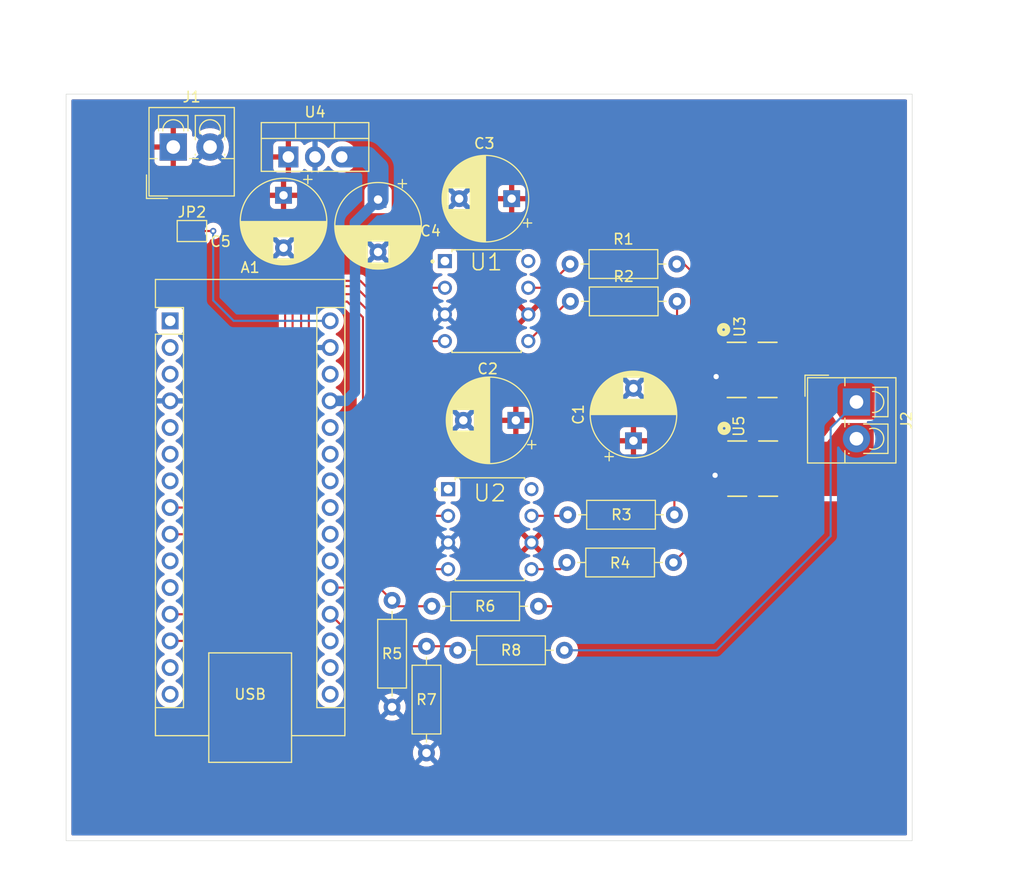
<source format=kicad_pcb>
(kicad_pcb (version 20240108) (generator "pcbnew") (generator_version "8.0")
  (layers (0 "F.Cu" signal) (31 "B.Cu" signal) (34 "B.Paste" user) (35 "F.Paste" user) (36 "B.SilkS" user "B.Silkscreen") (37 "F.SilkS" user "F.Silkscreen") (38 "B.Mask" user) (39 "F.Mask" user) (44 "Edge.Cuts" user))
  (net 0 "")
  (net 3 "/IN4")
  (net 12 "GND")
  (net 13 "/IN2")
  (net 14 "/IN1")
  (net 19 "/IN3")
  (net 21 "Net-(A1-A0)")
  (net 22 "Net-(A1-A1)")
  (net 27 "+5V")
  (net 29 "VCC")
  (net 30 "Net-(U1-~{OUT_A})")
  (net 31 "Net-(U1-~{OUT_B})")
  (net 32 "Net-(U2-~{OUT_A})")
  (net 33 "Net-(U2-~{OUT_B})")
  (net 34 "/OUT2")
  (net 35 "/OUT1")
  (net 36 "/VG1")
  (net 37 "/VG2")
  (net 38 "/VG3")
  (net 39 "/VG4")
  (net 40 "Net-(A1-VIN)")
  (footprint "Resistor_THT:R_Axial_DIN0207_L6.3mm_D2.5mm_P10.16mm_Horizontal" (layer "F.Cu") (at 143.6116 120.7008 90)
    (property "Reference" "R7" (at 5.08 0 0) (layer "F.SilkS"))
    (property "Value" "R")
    (pad "1" thru_hole circle (at 0 0 90) (size 1.6 1.6) (drill 0.8) (layers "*.Cu" "*.Mask") (net 12 "GND"))
    (pad "2" thru_hole oval (at 10.16 0 90) (size 1.6 1.6) (drill 0.8) (layers "*.Cu" "*.Mask") (net 21 "Net-(A1-A0)"))
  )
  (footprint "Resistor_THT:R_Axial_DIN0207_L6.3mm_D2.5mm_P10.16mm_Horizontal" (layer "F.Cu") (at 167.132 102.5652 180)
    (property "Reference" "R4" (at 5.08 -0.0508 180) (layer "F.SilkS"))
    (property "Value" "R")
    (pad "1" thru_hole circle (at 0 0 180) (size 1.6 1.6) (drill 0.8) (layers "*.Cu" "*.Mask") (net 39 "/VG4"))
    (pad "2" thru_hole oval (at 10.16 0 180) (size 1.6 1.6) (drill 0.8) (layers "*.Cu" "*.Mask") (net 33 "Net-(U2-~{OUT_B})"))
  )
  (footprint "Capacitor_THT:CP_Radial_D8.0mm_P5.00mm" (layer "F.Cu") (at 163.322 90.972451 90)
    (property "Reference" "C1" (at 2.5 -5.25 -90) (layer "F.SilkS"))
    (property "Value" "C_Polarized" (hide yes))
    (pad "1" thru_hole rect (at 0 0 90) (size 1.6 1.6) (drill 0.8) (layers "*.Cu" "*.Mask") (net 29 "VCC"))
    (pad "2" thru_hole circle (at 5 0 90) (size 1.6 1.6) (drill 0.8) (layers "*.Cu" "*.Mask") (net 12 "GND"))
  )
  (footprint "Resistor_THT:R_Axial_DIN0207_L6.3mm_D2.5mm_P10.16mm_Horizontal" (layer "F.Cu") (at 144.1196 106.7308)
    (property "Reference" "R6" (at 5.08 0 180) (layer "F.SilkS"))
    (property "Value" "R")
    (pad "1" thru_hole circle (at 0 0) (size 1.6 1.6) (drill 0.8) (layers "*.Cu" "*.Mask") (net 22 "Net-(A1-A1)"))
    (pad "2" thru_hole oval (at 10.16 0) (size 1.6 1.6) (drill 0.8) (layers "*.Cu" "*.Mask") (net 34 "/OUT2"))
  )
  (footprint "Jumper:SolderJumper-2_P1.3mm_Open_TrianglePad1.0x1.5mm" (layer "F.Cu") (at 121.275 71)
    (property "Reference" "JP2" (at 0 -1.8 0) (layer "F.SilkS"))
    (property "Value" "SolderJumper")
    (pad "1" smd custom (at -0.725 0) (size 0.3 0.3) (layers "F.Cu" "F.Mask") (net 29 "VCC") (options (clearance outline) (anchor rect)) (primitives (gr_poly (pts (xy 1 0) (xy 0.5 0.75) (xy -0.5 0.75) (xy -0.5 -0.75) (xy 0.5 -0.75)) (width 0) (fill yes))))
    (pad "2" smd custom (at 0.725 0) (size 0.3 0.3) (layers "F.Cu" "F.Mask") (net 40 "Net-(A1-VIN)") (options (clearance outline) (anchor rect)) (primitives (gr_poly (pts (xy 0.5 0.75) (xy -0.65 0.75) (xy -0.15 0) (xy -0.65 -0.75) (xy 0.5 -0.75)) (width 0) (fill yes))))
  )
  (footprint "Resistor_THT:R_Axial_DIN0207_L6.3mm_D2.5mm_P10.16mm_Horizontal" (layer "F.Cu") (at 146.5834 110.9218)
    (property "Reference" "R8" (at 5.08 0 0) (layer "F.SilkS"))
    (property "Value" "R")
    (pad "1" thru_hole circle (at 0 0) (size 1.6 1.6) (drill 0.8) (layers "*.Cu" "*.Mask") (net 21 "Net-(A1-A0)"))
    (pad "2" thru_hole oval (at 10.16 0) (size 1.6 1.6) (drill 0.8) (layers "*.Cu" "*.Mask") (net 35 "/OUT1"))
  )
  (footprint "TC4427:TC4427" (layer "F.Cu") (at 149.641749 99.3902)
    (property "Reference" "U2" (at 0 -3.429 0) (layer "F.SilkS") (effects (font (size 1.57748 1.57748))))
    (property "Value" "TC4427" (hide yes))
    (pad "1" thru_hole rect (at -3.97 -3.81) (size 1.338 1.338) (drill 0.83) (layers "*.Cu" "*.Mask"))
    (pad "2" thru_hole circle (at -3.97 -1.27) (size 1.338 1.338) (drill 0.83) (layers "*.Cu" "*.Mask") (net 19 "/IN3"))
    (pad "3" thru_hole circle (at -3.97 1.27) (size 1.338 1.338) (drill 0.83) (layers "*.Cu" "*.Mask") (net 12 "GND"))
    (pad "4" thru_hole circle (at -3.97 3.81) (size 1.338 1.338) (drill 0.83) (layers "*.Cu" "*.Mask") (net 3 "/IN4"))
    (pad "5" thru_hole circle (at 3.97 3.81) (size 1.338 1.338) (drill 0.83) (layers "*.Cu" "*.Mask") (net 33 "Net-(U2-~{OUT_B})"))
    (pad "6" thru_hole circle (at 3.97 1.27) (size 1.338 1.338) (drill 0.83) (layers "*.Cu" "*.Mask") (net 29 "VCC"))
    (pad "7" thru_hole circle (at 3.97 -1.27) (size 1.338 1.338) (drill 0.83) (layers "*.Cu" "*.Mask") (net 32 "Net-(U2-~{OUT_A})"))
    (pad "8" thru_hole circle (at 3.97 -3.81) (size 1.338 1.338) (drill 0.83) (layers "*.Cu" "*.Mask"))
  )
  (footprint "Resistor_THT:R_Axial_DIN0207_L6.3mm_D2.5mm_P10.16mm_Horizontal" (layer "F.Cu") (at 140.335 116.332 90)
    (property "Reference" "R5" (at 5.08 0 0) (layer "F.SilkS"))
    (property "Value" "R")
    (pad "1" thru_hole circle (at 0 0 90) (size 1.6 1.6) (drill 0.8) (layers "*.Cu" "*.Mask") (net 12 "GND"))
    (pad "2" thru_hole oval (at 10.16 0 90) (size 1.6 1.6) (drill 0.8) (layers "*.Cu" "*.Mask") (net 22 "Net-(A1-A1)"))
  )
  (footprint "Capacitor_THT:CP_Radial_D8.0mm_P5.00mm" (layer "F.Cu") (at 130 67.597349 -90)
    (property "Reference" "C5" (at 4.402651 6 180) (layer "F.SilkS"))
    (property "Value" "C")
    (pad "1" thru_hole rect (at 0 0 270) (size 1.6 1.6) (drill 0.8) (layers "*.Cu" "*.Mask") (net 29 "VCC"))
    (pad "2" thru_hole circle (at 5 0 270) (size 1.6 1.6) (drill 0.8) (layers "*.Cu" "*.Mask") (net 12 "GND"))
  )
  (footprint "Package_TO_SOT_THT:TO-220-3_Vertical" (layer "F.Cu") (at 130.46 63.945)
    (property "Reference" "U4" (at 2.54 -4.27 0) (layer "F.SilkS"))
    (property "Value" "LM7805")
    (pad "1" thru_hole rect (at 0 0) (size 1.905 2) (drill 1.1) (layers "*.Cu" "*.Mask") (net 29 "VCC"))
    (pad "2" thru_hole oval (at 2.54 0) (size 1.905 2) (drill 1.1) (layers "*.Cu" "*.Mask") (net 12 "GND"))
    (pad "3" thru_hole oval (at 5.08 0) (size 1.905 2) (drill 1.1) (layers "*.Cu" "*.Mask") (net 27 "+5V"))
  )
  (footprint "TerminalBlock_4Ucon:TerminalBlock_4Ucon_1x02_P3.50mm_Vertical" (layer "F.Cu") (at 119.5 63)
    (property "Reference" "J1" (at 1.75 -4.76 0) (layer "F.SilkS"))
    (property "Value" "Input")
    (pad "1" thru_hole rect (at 0 0) (size 2.6 2.6) (drill 1.3) (layers "*.Cu" "*.Mask") (net 29 "VCC"))
    (pad "2" thru_hole circle (at 3.5 0) (size 2.6 2.6) (drill 1.3) (layers "*.Cu" "*.Mask") (net 12 "GND"))
  )
  (footprint "Capacitor_THT:CP_Radial_D8.0mm_P5.00mm" (layer "F.Cu") (at 152.1206 89.027 180)
    (property "Reference" "C2" (at 2.682051 4.9022 180) (layer "F.SilkS"))
    (property "Value" "C" (hide yes))
    (pad "1" thru_hole rect (at 0 0 180) (size 1.6 1.6) (drill 0.8) (layers "*.Cu" "*.Mask") (net 29 "VCC"))
    (pad "2" thru_hole circle (at 5 0 180) (size 1.6 1.6) (drill 0.8) (layers "*.Cu" "*.Mask") (net 12 "GND"))
  )
  (footprint "Resistor_THT:R_Axial_DIN0207_L6.3mm_D2.5mm_P10.16mm_Horizontal" (layer "F.Cu") (at 157.312549 77.6986)
    (property "Reference" "R2" (at 5.08 -2.37 0) (layer "F.SilkS"))
    (property "Value" "R")
    (pad "1" thru_hole circle (at 0 0) (size 1.6 1.6) (drill 0.8) (layers "*.Cu" "*.Mask") (net 31 "Net-(U1-~{OUT_B})"))
    (pad "2" thru_hole oval (at 10.16 0) (size 1.6 1.6) (drill 0.8) (layers "*.Cu" "*.Mask") (net 37 "/VG2"))
  )
  (footprint "TC4427:TC4427" (layer "F.Cu") (at 149.336949 77.6732)
    (property "Reference" "U1" (at -0.0508 -3.7084 0) (layer "F.SilkS") (effects (font (size 1.57748 1.57748))))
    (property "Value" "TC4427")
    (pad "1" thru_hole rect (at -3.97 -3.81) (size 1.338 1.338) (drill 0.83) (layers "*.Cu" "*.Mask"))
    (pad "2" thru_hole circle (at -3.97 -1.27) (size 1.338 1.338) (drill 0.83) (layers "*.Cu" "*.Mask") (net 14 "/IN1"))
    (pad "3" thru_hole circle (at -3.97 1.27) (size 1.338 1.338) (drill 0.83) (layers "*.Cu" "*.Mask") (net 12 "GND"))
    (pad "4" thru_hole circle (at -3.97 3.81) (size 1.338 1.338) (drill 0.83) (layers "*.Cu" "*.Mask") (net 13 "/IN2"))
    (pad "5" thru_hole circle (at 3.97 3.81) (size 1.338 1.338) (drill 0.83) (layers "*.Cu" "*.Mask") (net 31 "Net-(U1-~{OUT_B})"))
    (pad "6" thru_hole circle (at 3.97 1.27) (size 1.338 1.338) (drill 0.83) (layers "*.Cu" "*.Mask") (net 29 "VCC"))
    (pad "7" thru_hole circle (at 3.97 -1.27) (size 1.338 1.338) (drill 0.83) (layers "*.Cu" "*.Mask") (net 30 "Net-(U1-~{OUT_A})"))
    (pad "8" thru_hole circle (at 3.97 -3.81) (size 1.338 1.338) (drill 0.83) (layers "*.Cu" "*.Mask"))
  )
  (footprint "Module:Arduino_Nano" (layer "F.Cu") (at 119.2022 79.5528)
    (property "Reference" "A1" (at 7.62 -5.08 0) (layer "F.SilkS"))
    (property "Value" "Arduino_Nano_v3.x")
    (fp_text user "USB" (at 7.62 35.56 0) (layer "F.SilkS"))
    (pad "1" thru_hole rect (at 0 0) (size 1.6 1.6) (drill 1) (layers "*.Cu" "*.Mask"))
    (pad "2" thru_hole oval (at 0 2.54) (size 1.6 1.6) (drill 1) (layers "*.Cu" "*.Mask"))
    (pad "3" thru_hole oval (at 0 5.08) (size 1.6 1.6) (drill 1) (layers "*.Cu" "*.Mask"))
    (pad "4" thru_hole oval (at 0 7.62) (size 1.6 1.6) (drill 1) (layers "*.Cu" "*.Mask") (net 12 "GND"))
    (pad "5" thru_hole oval (at 0 10.16) (size 1.6 1.6) (drill 1) (layers "*.Cu" "*.Mask"))
    (pad "6" thru_hole oval (at 0 12.7) (size 1.6 1.6) (drill 1) (layers "*.Cu" "*.Mask"))
    (pad "7" thru_hole oval (at 0 15.24) (size 1.6 1.6) (drill 1) (layers "*.Cu" "*.Mask"))
    (pad "8" thru_hole oval (at 0 17.78) (size 1.6 1.6) (drill 1) (layers "*.Cu" "*.Mask") (net 14 "/IN1"))
    (pad "9" thru_hole oval (at 0 20.32) (size 1.6 1.6) (drill 1) (layers "*.Cu" "*.Mask") (net 13 "/IN2"))
    (pad "10" thru_hole oval (at 0 22.86) (size 1.6 1.6) (drill 1) (layers "*.Cu" "*.Mask"))
    (pad "11" thru_hole oval (at 0 25.4) (size 1.6 1.6) (drill 1) (layers "*.Cu" "*.Mask"))
    (pad "12" thru_hole oval (at 0 27.94) (size 1.6 1.6) (drill 1) (layers "*.Cu" "*.Mask") (net 19 "/IN3"))
    (pad "13" thru_hole oval (at 0 30.48) (size 1.6 1.6) (drill 1) (layers "*.Cu" "*.Mask") (net 3 "/IN4"))
    (pad "14" thru_hole oval (at 0 33.02) (size 1.6 1.6) (drill 1) (layers "*.Cu" "*.Mask"))
    (pad "15" thru_hole oval (at 0 35.56) (size 1.6 1.6) (drill 1) (layers "*.Cu" "*.Mask"))
    (pad "16" thru_hole oval (at 15.24 35.56) (size 1.6 1.6) (drill 1) (layers "*.Cu" "*.Mask"))
    (pad "17" thru_hole oval (at 15.24 33.02) (size 1.6 1.6) (drill 1) (layers "*.Cu" "*.Mask"))
    (pad "18" thru_hole oval (at 15.24 30.48) (size 1.6 1.6) (drill 1) (layers "*.Cu" "*.Mask"))
    (pad "19" thru_hole oval (at 15.24 27.94) (size 1.6 1.6) (drill 1) (layers "*.Cu" "*.Mask") (net 21 "Net-(A1-A0)"))
    (pad "20" thru_hole oval (at 15.24 25.4) (size 1.6 1.6) (drill 1) (layers "*.Cu" "*.Mask") (net 22 "Net-(A1-A1)"))
    (pad "21" thru_hole oval (at 15.24 22.86) (size 1.6 1.6) (drill 1) (layers "*.Cu" "*.Mask"))
    (pad "22" thru_hole oval (at 15.24 20.32) (size 1.6 1.6) (drill 1) (layers "*.Cu" "*.Mask"))
    (pad "23" thru_hole oval (at 15.24 17.78) (size 1.6 1.6) (drill 1) (layers "*.Cu" "*.Mask"))
    (pad "24" thru_hole oval (at 15.24 15.24) (size 1.6 1.6) (drill 1) (layers "*.Cu" "*.Mask"))
    (pad "25" thru_hole oval (at 15.24 12.7) (size 1.6 1.6) (drill 1) (layers "*.Cu" "*.Mask"))
    (pad "26" thru_hole oval (at 15.24 10.16) (size 1.6 1.6) (drill 1) (layers "*.Cu" "*.Mask"))
    (pad "27" thru_hole oval (at 15.24 7.62) (size 1.6 1.6) (drill 1) (layers "*.Cu" "*.Mask") (net 27 "+5V"))
    (pad "28" thru_hole oval (at 15.24 5.08) (size 1.6 1.6) (drill 1) (layers "*.Cu" "*.Mask"))
    (pad "29" thru_hole oval (at 15.24 2.54) (size 1.6 1.6) (drill 1) (layers "*.Cu" "*.Mask") (net 12 "GND"))
    (pad "30" thru_hole oval (at 15.24 0) (size 1.6 1.6) (drill 1) (layers "*.Cu" "*.Mask") (net 40 "Net-(A1-VIN)"))
  )
  (footprint "Capacitor_THT:CP_Radial_D8.0mm_P5.00mm" (layer "F.Cu") (at 139 68 -90)
    (property "Reference" "C4" (at 3 -5 180) (layer "F.SilkS"))
    (property "Value" "C")
    (pad "1" thru_hole rect (at 0 0 270) (size 1.6 1.6) (drill 0.8) (layers "*.Cu" "*.Mask") (net 27 "+5V"))
    (pad "2" thru_hole circle (at 5 0 270) (size 1.6 1.6) (drill 0.8) (layers "*.Cu" "*.Mask") (net 12 "GND"))
  )
  (footprint "TerminalBlock_4Ucon:TerminalBlock_4Ucon_1x02_P3.50mm_Vertical" (layer "F.Cu") (at 184.5564 87.2796 -90)
    (property "Reference" "J2" (at 1.75 -4.76 90) (layer "F.SilkS"))
    (property "Value" "Output")
    (pad "1" thru_hole rect (at 0 0 270) (size 2.6 2.6) (drill 1.3) (layers "*.Cu" "*.Mask") (net 35 "/OUT1"))
    (pad "2" thru_hole circle (at 3.5 0 270) (size 2.6 2.6) (drill 1.3) (layers "*.Cu" "*.Mask") (net 34 "/OUT2"))
  )
  (footprint "Resistor_THT:R_Axial_DIN0207_L6.3mm_D2.5mm_P10.16mm_Horizontal" (layer "F.Cu") (at 157.287149 74.1426)
    (property "Reference" "R1" (at 5.08 -2.37 0) (layer "F.SilkS"))
    (property "Value" "R")
    (pad "1" thru_hole circle (at 0 0) (size 1.6 1.6) (drill 0.8) (layers "*.Cu" "*.Mask") (net 30 "Net-(U1-~{OUT_A})"))
    (pad "2" thru_hole oval (at 10.16 0) (size 1.6 1.6) (drill 0.8) (layers "*.Cu" "*.Mask") (net 36 "/VG1"))
  )
  (footprint "SQJ500AEP-T1-GE3:SQJ500AEP-T1-GE3" (layer "F.Cu") (at 174.6758 93.6244)
    (property "Reference" "U5" (at -1.3208 -4.0386 90) (layer "F.SilkS"))
    (property "Value" "SQJ500AEP-T1_GE3" (hide yes))
    (fp_poly (pts (xy -0.913892 0.25146) (xy 3.073908 0.25146) (xy 3.073908 2.5019) (xy 2.667508 2.4664) (xy 2.667508 1.9838) (xy 0.254 1.9812) (xy 0.254 2.5654) (xy -0.254 2.5654) (xy -0.254 1.9812) (xy -0.913892 1.97866)) (fill solid) (layer "F.Cu"))
    (fp_poly (pts (xy -0.254 -2.5654) (xy -0.254 -1.9812) (xy -0.913892 -1.9786) (xy -0.913892 -0.2514) (xy 3.073908 -0.2514) (xy 3.073908 -2.4612) (xy 2.667508 -2.4612) (xy 2.667508 -1.9786) (xy 0.254 -1.9812) (xy 0.254 -2.5654)) (fill solid) (layer "F.Cu"))
    (pad "1" smd rect (at -2.715001 -1.905) (size 0.7112 0.4064) (layers "F.Cu" "F.Paste" "F.Mask") (net 29 "VCC"))
    (pad "2" smd rect (at -2.715001 -0.635) (size 0.7112 0.4064) (layers "F.Cu" "F.Paste" "F.Mask") (net 38 "/VG3"))
    (pad "3" smd rect (at -2.715001 0.635) (size 0.7112 0.4064) (layers "F.Cu" "F.Paste" "F.Mask") (net 12 "GND"))
    (pad "4" smd rect (at -2.715001 1.905) (size 0.7112 0.4064) (layers "F.Cu" "F.Paste" "F.Mask") (net 39 "/VG4"))
    (pad "5" smd rect (at 1.080008 -1.115) (size 3.9878 1.7272) (layers "F.Cu" "F.Paste" "F.Mask") (net 34 "/OUT2"))
    (pad "6" smd rect (at 1.080008 1.11506) (size 3.9878 1.7272) (layers "F.Cu" "F.Paste" "F.Mask") (net 34 "/OUT2"))
  )
  (footprint "Resistor_THT:R_Axial_DIN0207_L6.3mm_D2.5mm_P10.16mm_Horizontal" (layer "F.Cu") (at 167.218549 98.0186 180)
    (property "Reference" "R3" (at 5.039549 0 180) (layer "F.SilkS"))
    (property "Value" "R")
    (pad "1" thru_hole circle (at 0 0 180) (size 1.6 1.6) (drill 0.8) (layers "*.Cu" "*.Mask") (net 38 "/VG3"))
    (pad "2" thru_hole oval (at 10.16 0 180) (size 1.6 1.6) (drill 0.8) (layers "*.Cu" "*.Mask") (net 32 "Net-(U2-~{OUT_A})"))
  )
  (footprint "SQJ500AEP-T1-GE3:SQJ500AEP-T1-GE3" (layer "F.Cu") (at 174.622201 84.2264)
    (property "Reference" "U3" (at -1.180592 -4.11734 90) (layer "F.SilkS"))
    (property "Value" "SQJ500AEP-T1_GE3" (hide yes))
    (fp_poly (pts (xy -0.913892 0.25146) (xy 3.073908 0.25146) (xy 3.073908 2.5019) (xy 2.667508 2.4664) (xy 2.667508 1.9838) (xy 0.254 1.9812) (xy 0.254 2.5654) (xy -0.254 2.5654) (xy -0.254 1.9812) (xy -0.913892 1.97866)) (fill solid) (layer "F.Cu"))
    (fp_poly (pts (xy -0.254 -2.5654) (xy -0.254 -1.9812) (xy -0.913892 -1.9786) (xy -0.913892 -0.2514) (xy 3.073908 -0.2514) (xy 3.073908 -2.4612) (xy 2.667508 -2.4612) (xy 2.667508 -1.9786) (xy 0.254 -1.9812) (xy 0.254 -2.5654)) (fill solid) (layer "F.Cu"))
    (pad "1" smd rect (at -2.715001 -1.905) (size 0.7112 0.4064) (layers "F.Cu" "F.Paste" "F.Mask") (net 29 "VCC"))
    (pad "2" smd rect (at -2.715001 -0.635) (size 0.7112 0.4064) (layers "F.Cu" "F.Paste" "F.Mask") (net 36 "/VG1"))
    (pad "3" smd rect (at -2.715001 0.635) (size 0.7112 0.4064) (layers "F.Cu" "F.Paste" "F.Mask") (net 12 "GND"))
    (pad "4" smd rect (at -2.715001 1.905) (size 0.7112 0.4064) (layers "F.Cu" "F.Paste" "F.Mask") (net 37 "/VG2"))
    (pad "5" smd rect (at 1.080008 -1.115) (size 3.9878 1.7272) (layers "F.Cu" "F.Paste" "F.Mask") (net 35 "/OUT1"))
    (pad "6" smd rect (at 1.080008 1.11506) (size 3.9878 1.7272) (layers "F.Cu" "F.Paste" "F.Mask") (net 35 "/OUT1"))
  )
  (footprint "Capacitor_THT:CP_Radial_D8.0mm_P5.00mm" (layer "F.Cu") (at 151.724549 67.9196 180)
    (property "Reference" "C3" (at 2.605851 5.2578 180) (layer "F.SilkS"))
    (property "Value" "C" (hide yes))
    (pad "1" thru_hole rect (at 0 0 180) (size 1.6 1.6) (drill 0.8) (layers "*.Cu" "*.Mask") (net 29 "VCC"))
    (pad "2" thru_hole circle (at 5 0 180) (size 1.6 1.6) (drill 0.8) (layers "*.Cu" "*.Mask") (net 12 "GND"))
  )
  (gr_poly (pts (xy 177.749708 91.1632) (xy 181.8132 91.1606) (xy 183.2102 89.3826) (xy 186.1058 89.3826) (xy 186.0804 96.139) (xy 177.749708 96.1263) (xy 174.4218 96.1898) (xy 174.4218 91.059)) (stroke (width 0.2)) (fill solid) (layer "F.Cu") (net 34))
  (gr_poly (pts (xy 174.368201 81.661) (xy 178.3334 81.6356) (xy 186.2328 81.6102) (xy 186.182 88.8492) (xy 183.1594 88.8492) (xy 181.7878 86.741) (xy 174.368201 86.7918)) (stroke (width 0.2)) (fill solid) (layer "F.Cu") (net 35))
  (gr_rect (start 109.2962 57.9628) (end 189.865 129.0574) (stroke (width 0.05)) (fill none) (layer "Edge.Cuts"))
  (segment (start 133.4008 77.724) (end 132.4102 78.7146) (width 0.2) (layer "F.Cu") (net 3))
  (segment (start 139.192 103.2002) (end 137.5664 101.5746) (width 0.2) (layer "F.Cu") (net 3))
  (segment (start 128.143 110.0328) (end 119.2022 110.0328) (width 0.2) (layer "F.Cu") (net 3))
  (segment (start 137.5664 79.2226) (end 136.0678 77.724) (width 0.2) (layer "F.Cu") (net 3))
  (segment (start 136.0678 77.724) (end 133.4008 77.724) (width 0.2) (layer "F.Cu") (net 3))
  (segment (start 132.4102 78.7146) (end 132.4102 105.7656) (width 0.2) (layer "F.Cu") (net 3))
  (segment (start 132.4102 105.7656) (end 128.143 110.0328) (width 0.2) (layer "F.Cu") (net 3))
  (segment (start 137.5664 101.5746) (end 137.5664 79.2226) (width 0.2) (layer "F.Cu") (net 3))
  (segment (start 145.671749 103.2002) (end 139.192 103.2002) (width 0.2) (layer "F.Cu") (net 3))
  (segment (start 171.0944 94.2594) (end 171.909999 94.2594) (width 0.4) (layer "F.Cu") (net 12))
  (segment (start 171.935399 94.2848) (end 171.960799 94.2594) (width 0.2) (layer "F.Cu") (net 12))
  (segment (start 171.909999 94.2594) (end 171.935399 94.2848) (width 0.4) (layer "F.Cu") (net 12))
  (segment (start 171.196 84.8614) (end 171.9072 84.8614) (width 0.4) (layer "F.Cu") (net 12))
  (via (at 171.196 84.8614) (size 1) (drill 0.5) (layers "F.Cu" "B.Cu") (net 12))
  (via (at 171.0944 94.2594) (size 1) (drill 0.5) (layers "F.Cu" "B.Cu") (net 12))
  (segment (start 130.8608 78.5114) (end 130.8608 97.5614) (width 0.2) (layer "F.Cu") (net 13))
  (segment (start 133.1214 76.2508) (end 130.8608 78.5114) (width 0.2) (layer "F.Cu") (net 13))
  (segment (start 145.366949 81.4832) (end 142.0368 81.4832) (width 0.2) (layer "F.Cu") (net 13))
  (segment (start 142.0368 81.4832) (end 136.8044 76.2508) (width 0.2) (layer "F.Cu") (net 13))
  (segment (start 128.5494 99.8728) (end 119.2022 99.8728) (width 0.2) (layer "F.Cu") (net 13))
  (segment (start 130.8608 97.5614) (end 128.5494 99.8728) (width 0.2) (layer "F.Cu") (net 13))
  (segment (start 136.8044 76.2508) (end 133.1214 76.2508) (width 0.2) (layer "F.Cu") (net 13))
  (segment (start 130.1496 78.4098) (end 130.1496 93.9038) (width 0.2) (layer "F.Cu") (net 14))
  (segment (start 137.3124 75.7428) (end 132.8166 75.7428) (width 0.2) (layer "F.Cu") (net 14))
  (segment (start 126.7206 97.3328) (end 119.2022 97.3328) (width 0.2) (layer "F.Cu") (net 14))
  (segment (start 145.366949 76.4032) (end 137.9728 76.4032) (width 0.2) (layer "F.Cu") (net 14))
  (segment (start 137.9728 76.4032) (end 137.3124 75.7428) (width 0.2) (layer "F.Cu") (net 14))
  (segment (start 130.1496 93.9038) (end 126.7206 97.3328) (width 0.2) (layer "F.Cu") (net 14))
  (segment (start 132.8166 75.7428) (end 130.1496 78.4098) (width 0.2) (layer "F.Cu") (net 14))
  (segment (start 129.2606 107.4928) (end 119.2022 107.4928) (width 0.2) (layer "F.Cu") (net 19))
  (segment (start 138.3792 78.9178) (end 136.4742 77.0128) (width 0.2) (layer "F.Cu") (net 19))
  (segment (start 133.2738 77.0128) (end 131.6736 78.613) (width 0.2) (layer "F.Cu") (net 19))
  (segment (start 131.6736 105.0798) (end 129.2606 107.4928) (width 0.2) (layer "F.Cu") (net 19))
  (segment (start 136.4742 77.0128) (end 133.2738 77.0128) (width 0.2) (layer "F.Cu") (net 19))
  (segment (start 145.671749 98.1202) (end 140.8938 98.1202) (width 0.2) (layer "F.Cu") (net 19))
  (segment (start 131.6736 78.613) (end 131.6736 105.0798) (width 0.2) (layer "F.Cu") (net 19))
  (segment (start 140.8938 98.1202) (end 138.3792 95.6056) (width 0.2) (layer "F.Cu") (net 19))
  (segment (start 138.3792 95.6056) (end 138.3792 78.9178) (width 0.2) (layer "F.Cu") (net 19))
  (segment (start 146.2024 110.5408) (end 146.5834 110.9218) (width 0.2) (layer "F.Cu") (net 21))
  (segment (start 143.6116 110.5408) (end 146.2024 110.5408) (width 0.2) (layer "F.Cu") (net 21))
  (segment (start 134.4422 107.4928) (end 137.4902 110.5408) (width 0.2) (layer "F.Cu") (net 21))
  (segment (start 137.4902 110.5408) (end 143.6116 110.5408) (width 0.2) (layer "F.Cu") (net 21))
  (segment (start 134.4422 104.9528) (end 139.1158 104.9528) (width 0.2) (layer "F.Cu") (net 22))
  (segment (start 140.335 106.172) (end 140.3604 106.172) (width 0.2) (layer "F.Cu") (net 22))
  (segment (start 140.3604 106.172) (end 140.9192 106.7308) (width 0.2) (layer "F.Cu") (net 22))
  (segment (start 140.9192 106.7308) (end 144.1196 106.7308) (width 0.2) (layer "F.Cu") (net 22))
  (segment (start 139.1158 104.9528) (end 140.335 106.172) (width 0.2) (layer "F.Cu") (net 22))
  (segment (start 135.54 63.945) (end 137.945 63.945) (width 2) (layer "B.Cu") (net 27))
  (segment (start 136.8 70.2) (end 139 68) (width 1) (layer "B.Cu") (net 27))
  (segment (start 139 65) (end 139 68) (width 2) (layer "B.Cu") (net 27))
  (segment (start 136.8 86.3) (end 136.8 70.2) (width 1) (layer "B.Cu") (net 27))
  (segment (start 135.9272 87.1728) (end 136.8 86.3) (width 1) (layer "B.Cu") (net 27))
  (segment (start 137.945 63.945) (end 139 65) (width 2) (layer "B.Cu") (net 27))
  (segment (start 134.4422 87.1728) (end 135.9272 87.1728) (width 1) (layer "B.Cu") (net 27))
  (segment (start 153.306949 76.4032) (end 155.026549 76.4032) (width 0.2) (layer "F.Cu") (net 30))
  (segment (start 155.026549 76.4032) (end 157.287149 74.1426) (width 0.2) (layer "F.Cu") (net 30))
  (segment (start 157.091549 77.6986) (end 157.312549 77.6986) (width 0.2) (layer "F.Cu") (net 31))
  (segment (start 153.306949 81.4832) (end 157.091549 77.6986) (width 0.2) (layer "F.Cu") (net 31))
  (segment (start 153.611749 98.1202) (end 156.956949 98.1202) (width 0.2) (layer "F.Cu") (net 32))
  (segment (start 156.956949 98.1202) (end 157.058549 98.0186) (width 0.2) (layer "F.Cu") (net 32))
  (segment (start 153.611749 103.2002) (end 156.337 103.2002) (width 0.2) (layer "F.Cu") (net 33))
  (segment (start 156.337 103.2002) (end 156.972 102.5652) (width 0.2) (layer "F.Cu") (net 33))
  (segment (start 180.2638 94.036472) (end 180.2638 92.7862) (width 0.2) (layer "F.Cu") (net 34))
  (segment (start 154.2796 106.7308) (end 167.569472 106.7308) (width 0.2) (layer "F.Cu") (net 34))
  (segment (start 167.569472 106.7308) (end 180.2638 94.036472) (width 0.2) (layer "F.Cu") (net 34))
  (segment (start 182.1 100.0432) (end 171.2214 110.9218) (width 0.2) (layer "B.Cu") (net 35))
  (segment (start 184.5564 87.2796) (end 182.1 89.736) (width 0.2) (layer "B.Cu") (net 35))
  (segment (start 182.1 89.736) (end 182.1 100.0432) (width 0.2) (layer "B.Cu") (net 35))
  (segment (start 171.2214 110.9218) (end 156.7434 110.9218) (width 0.2) (layer "B.Cu") (net 35))
  (segment (start 168.148 74.1426) (end 168.8084 74.803) (width 0.2) (layer "F.Cu") (net 36))
  (segment (start 167.447149 74.1426) (end 168.148 74.1426) (width 0.2) (layer "F.Cu") (net 36))
  (segment (start 170.4086 83.5914) (end 171.9072 83.5914) (width 0.2) (layer "F.Cu") (net 36))
  (segment (start 168.8084 74.803) (end 168.8084 81.9912) (width 0.2) (layer "F.Cu") (net 36))
  (segment (start 168.8084 81.9912) (end 170.4086 83.5914) (width 0.2) (layer "F.Cu") (net 36))
  (segment (start 169.9768 86.1314) (end 171.9072 86.1314) (width 0.2) (layer "F.Cu") (net 37))
  (segment (start 167.472549 83.677949) (end 169.9514 86.1568) (width 0.2) (layer "F.Cu") (net 37))
  (segment (start 167.472549 77.6986) (end 167.472549 83.677949) (width 0.2) (layer "F.Cu") (net 37))
  (segment (start 169.9514 86.1568) (end 169.9768 86.1314) (width 0.2) (layer "F.Cu") (net 37))
  (segment (start 170.1546 92.9894) (end 171.960799 92.9894) (width 0.2) (layer "F.Cu") (net 38))
  (segment (start 167.218549 95.925451) (end 170.1546 92.9894) (width 0.2) (layer "F.Cu") (net 38))
  (segment (start 167.218549 98.0186) (end 167.218549 95.925451) (width 0.2) (layer "F.Cu") (net 38))
  (segment (start 170.2816 95.5294) (end 171.960799 95.5294) (width 0.2) (layer "F.Cu") (net 39))
  (segment (start 168.656 101.0412) (end 168.656 97.155) (width 0.2) (layer "F.Cu") (net 39))
  (segment (start 168.656 97.155) (end 170.2816 95.5294) (width 0.2) (layer "F.Cu") (net 39))
  (segment (start 167.132 102.5652) (end 168.656 101.0412) (width 0.2) (layer "F.Cu") (net 39))
  (segment (start 122 71) (end 123.3 71) (width 0.2) (layer "F.Cu") (net 40))
  (via (at 123.3 71) (size 0.6) (drill 0.3) (layers "F.Cu" "B.Cu") (net 40))
  (segment (start 123.3 77.6) (end 125.2528 79.5528) (width 0.2) (layer "B.Cu") (net 40))
  (segment (start 123.3 71) (end 123.3 77.6) (width 0.2) (layer "B.Cu") (net 40))
  (segment (start 125.2528 79.5528) (end 134.4422 79.5528) (width 0.2) (layer "B.Cu") (net 40))
  (zone (net 29) (net_name "VCC") (layer "F.Cu") (priority 1) (connect_pads thru_hole_only (clearance 0.5)) (min_thickness 0.25) (fill yes (thermal_gap 0.5) (thermal_bridge_width 0.5))
    (polygon (pts (xy 200 49) (xy 194 49) (xy 103 49) (xy 103.2256 133.4008) (xy 200.533 133)))
  )
  (zone (net 12) (net_name "GND") (layer "B.Cu") (connect_pads (clearance 0.5)) (min_thickness 0.25) (fill yes (thermal_gap 0.5) (thermal_bridge_width 0.5))
    (polygon (pts (xy 103 49) (xy 200 49) (xy 200 133) (xy 107.4166 132.5626)))
  )
)
</source>
